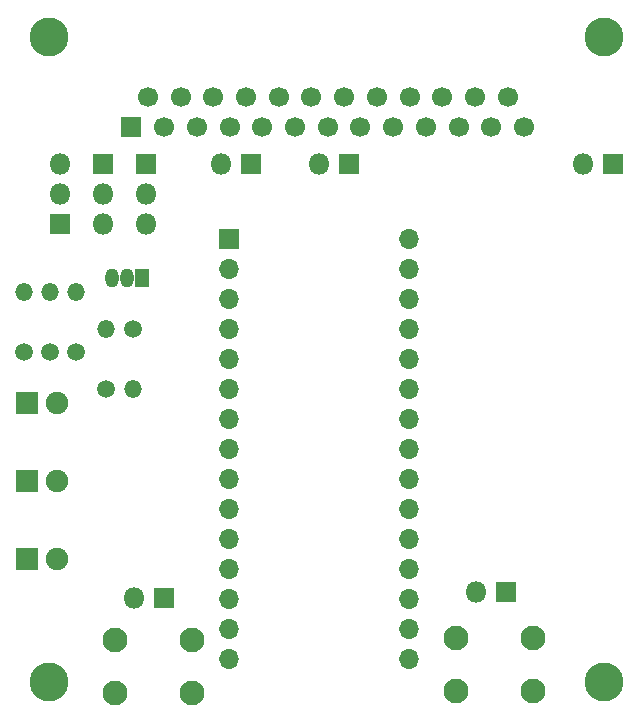
<source format=gbr>
%TF.GenerationSoftware,KiCad,Pcbnew,5.1.6-c6e7f7d~87~ubuntu20.04.1*%
%TF.CreationDate,2020-09-12T20:51:55+02:00*%
%TF.ProjectId,arduino-2-tb6560-4axis,61726475-696e-46f2-9d32-2d7462363536,rev?*%
%TF.SameCoordinates,Original*%
%TF.FileFunction,Soldermask,Top*%
%TF.FilePolarity,Negative*%
%FSLAX46Y46*%
G04 Gerber Fmt 4.6, Leading zero omitted, Abs format (unit mm)*
G04 Created by KiCad (PCBNEW 5.1.6-c6e7f7d~87~ubuntu20.04.1) date 2020-09-12 20:51:55*
%MOMM*%
%LPD*%
G01*
G04 APERTURE LIST*
%ADD10O,1.500000X1.500000*%
%ADD11C,1.500000*%
%ADD12C,1.900000*%
%ADD13R,1.900000X1.900000*%
%ADD14C,2.100000*%
%ADD15O,1.800000X1.800000*%
%ADD16R,1.800000X1.800000*%
%ADD17R,1.150000X1.600000*%
%ADD18O,1.150000X1.600000*%
%ADD19C,3.300000*%
%ADD20C,1.700000*%
%ADD21R,1.700000X1.700000*%
%ADD22O,1.700000X1.700000*%
G04 APERTURE END LIST*
D10*
%TO.C,R5*%
X128701800Y-70472300D03*
D11*
X128701800Y-75552300D03*
%TD*%
D10*
%TO.C,R4*%
X130886200Y-70472300D03*
D11*
X130886200Y-75552300D03*
%TD*%
D10*
%TO.C,R3*%
X133083300Y-70472300D03*
D11*
X133083300Y-75552300D03*
%TD*%
D12*
%TO.C,D3*%
X131521200Y-79908400D03*
D13*
X128981200Y-79908400D03*
%TD*%
D12*
%TO.C,D2*%
X131521200Y-86499700D03*
D13*
X128981200Y-86499700D03*
%TD*%
D12*
%TO.C,D1*%
X131521200Y-93091000D03*
D13*
X128981200Y-93091000D03*
%TD*%
D14*
%TO.C,SW2*%
X171777800Y-99771200D03*
X171777800Y-104271200D03*
X165277800Y-99771200D03*
X165277800Y-104271200D03*
%TD*%
%TO.C,SW1*%
X136387700Y-104482900D03*
X136387700Y-99982900D03*
X142887700Y-104482900D03*
X142887700Y-99982900D03*
%TD*%
D15*
%TO.C,J9*%
X166966900Y-95923100D03*
D16*
X169506900Y-95923100D03*
%TD*%
D15*
%TO.C,J8*%
X138049000Y-96405700D03*
D16*
X140589000Y-96405700D03*
%TD*%
D15*
%TO.C,J7*%
X135382000Y-64770000D03*
X135382000Y-62230000D03*
D16*
X135382000Y-59690000D03*
%TD*%
D10*
%TO.C,R2*%
X135636000Y-73660000D03*
D11*
X135636000Y-78740000D03*
%TD*%
D10*
%TO.C,R1*%
X137922000Y-78740000D03*
D11*
X137922000Y-73660000D03*
%TD*%
D15*
%TO.C,J6*%
X176022000Y-59690000D03*
D16*
X178562000Y-59690000D03*
%TD*%
D17*
%TO.C,Q1*%
X138684000Y-69342000D03*
D18*
X136144000Y-69342000D03*
X137414000Y-69342000D03*
%TD*%
D15*
%TO.C,J5*%
X131711700Y-59664600D03*
X131711700Y-62204600D03*
D16*
X131711700Y-64744600D03*
%TD*%
D15*
%TO.C,J4*%
X153670000Y-59690000D03*
D16*
X156210000Y-59690000D03*
%TD*%
D15*
%TO.C,J3*%
X145415000Y-59690000D03*
D16*
X147955000Y-59690000D03*
%TD*%
D15*
%TO.C,J2*%
X139065000Y-64770000D03*
X139065000Y-62230000D03*
D16*
X139065000Y-59690000D03*
%TD*%
D19*
%TO.C,REF\u002A\u002A*%
X177800000Y-48895000D03*
%TD*%
%TO.C,REF\u002A\u002A*%
X130810000Y-48895000D03*
%TD*%
%TO.C,REF\u002A\u002A*%
X130810000Y-103505000D03*
%TD*%
%TO.C,REF\u002A\u002A*%
X177800000Y-103505000D03*
%TD*%
D20*
%TO.C,J1*%
X169650000Y-53975000D03*
X166880000Y-53975000D03*
X164110000Y-53975000D03*
X161340000Y-53975000D03*
X158570000Y-53975000D03*
X155800000Y-53975000D03*
X153030000Y-53975000D03*
X150260000Y-53975000D03*
X147490000Y-53975000D03*
X144720000Y-53975000D03*
X141950000Y-53975000D03*
X139180000Y-53975000D03*
X171035000Y-56515000D03*
X168265000Y-56515000D03*
X165495000Y-56515000D03*
X162725000Y-56515000D03*
X159955000Y-56515000D03*
X157185000Y-56515000D03*
X154415000Y-56515000D03*
X151645000Y-56515000D03*
X148875000Y-56515000D03*
X146105000Y-56515000D03*
X143335000Y-56515000D03*
X140565000Y-56515000D03*
D21*
X137795000Y-56515000D03*
%TD*%
D22*
%TO.C,A1*%
X161290000Y-101600000D03*
X146050000Y-101600000D03*
X161290000Y-66040000D03*
X146050000Y-99060000D03*
X161290000Y-68580000D03*
X146050000Y-96520000D03*
X161290000Y-71120000D03*
X146050000Y-93980000D03*
X161290000Y-73660000D03*
X146050000Y-91440000D03*
X161290000Y-76200000D03*
X146050000Y-88900000D03*
X161290000Y-78740000D03*
X146050000Y-86360000D03*
X161290000Y-81280000D03*
X146050000Y-83820000D03*
X161290000Y-83820000D03*
X146050000Y-81280000D03*
X161290000Y-86360000D03*
X146050000Y-78740000D03*
X161290000Y-88900000D03*
X146050000Y-76200000D03*
X161290000Y-91440000D03*
X146050000Y-73660000D03*
X161290000Y-93980000D03*
X146050000Y-71120000D03*
X161290000Y-96520000D03*
X146050000Y-68580000D03*
X161290000Y-99060000D03*
D21*
X146050000Y-66040000D03*
%TD*%
M02*

</source>
